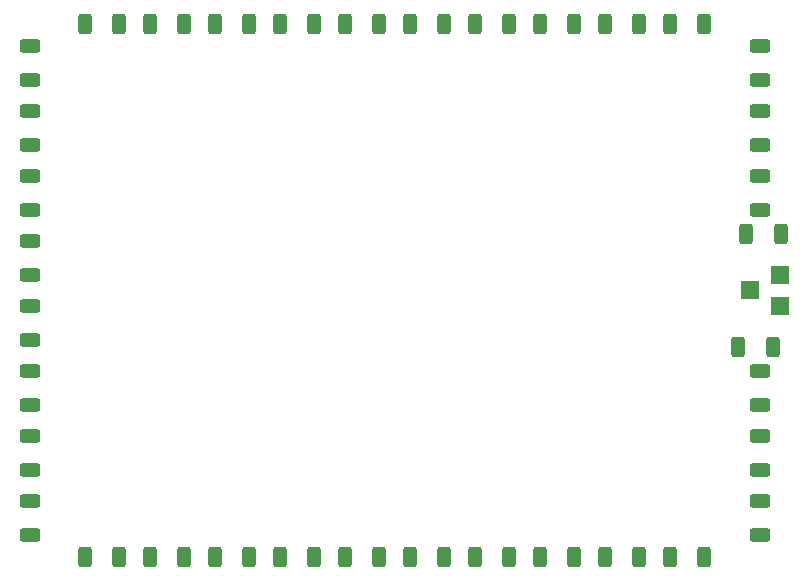
<source format=gbr>
%TF.GenerationSoftware,KiCad,Pcbnew,(7.0.0)*%
%TF.CreationDate,2023-07-18T21:43:11+02:00*%
%TF.ProjectId,Catcar_Ringlight,43617463-6172-45f5-9269-6e676c696768,1.0*%
%TF.SameCoordinates,Original*%
%TF.FileFunction,Soldermask,Bot*%
%TF.FilePolarity,Negative*%
%FSLAX46Y46*%
G04 Gerber Fmt 4.6, Leading zero omitted, Abs format (unit mm)*
G04 Created by KiCad (PCBNEW (7.0.0)) date 2023-07-18 21:43:11*
%MOMM*%
%LPD*%
G01*
G04 APERTURE LIST*
G04 Aperture macros list*
%AMRoundRect*
0 Rectangle with rounded corners*
0 $1 Rounding radius*
0 $2 $3 $4 $5 $6 $7 $8 $9 X,Y pos of 4 corners*
0 Add a 4 corners polygon primitive as box body*
4,1,4,$2,$3,$4,$5,$6,$7,$8,$9,$2,$3,0*
0 Add four circle primitives for the rounded corners*
1,1,$1+$1,$2,$3*
1,1,$1+$1,$4,$5*
1,1,$1+$1,$6,$7*
1,1,$1+$1,$8,$9*
0 Add four rect primitives between the rounded corners*
20,1,$1+$1,$2,$3,$4,$5,0*
20,1,$1+$1,$4,$5,$6,$7,0*
20,1,$1+$1,$6,$7,$8,$9,0*
20,1,$1+$1,$8,$9,$2,$3,0*%
G04 Aperture macros list end*
%ADD10R,1.500000X1.500000*%
%ADD11RoundRect,0.250000X0.625000X-0.312500X0.625000X0.312500X-0.625000X0.312500X-0.625000X-0.312500X0*%
%ADD12RoundRect,0.250000X0.312500X0.625000X-0.312500X0.625000X-0.312500X-0.625000X0.312500X-0.625000X0*%
%ADD13RoundRect,0.250000X-0.625000X0.312500X-0.625000X-0.312500X0.625000X-0.312500X0.625000X0.312500X0*%
%ADD14RoundRect,0.250000X-0.312500X-0.625000X0.312500X-0.625000X0.312500X0.625000X-0.312500X0.625000X0*%
G04 APERTURE END LIST*
D10*
%TO.C,J3*%
X132649999Y-101349999D03*
%TD*%
%TO.C,J2*%
X130099999Y-100049999D03*
%TD*%
%TO.C,J1*%
X132649999Y-98749999D03*
%TD*%
D11*
%TO.C,R36*%
X69100000Y-82262500D03*
X69100000Y-79337500D03*
%TD*%
%TO.C,R35*%
X69100000Y-93262500D03*
X69100000Y-90337500D03*
%TD*%
%TO.C,R34*%
X69100000Y-104262500D03*
X69100000Y-101337500D03*
%TD*%
%TO.C,R33*%
X69100000Y-115262500D03*
X69100000Y-112337500D03*
%TD*%
D12*
%TO.C,R32*%
X76712500Y-122600000D03*
X73787500Y-122600000D03*
%TD*%
%TO.C,R31*%
X87712500Y-122600000D03*
X84787500Y-122600000D03*
%TD*%
D11*
%TO.C,R30*%
X69100000Y-87762500D03*
X69100000Y-84837500D03*
%TD*%
%TO.C,R29*%
X69100000Y-98762500D03*
X69100000Y-95837500D03*
%TD*%
%TO.C,R28*%
X69100000Y-109762500D03*
X69100000Y-106837500D03*
%TD*%
%TO.C,R27*%
X69100000Y-120762500D03*
X69100000Y-117837500D03*
%TD*%
D12*
%TO.C,R26*%
X82212500Y-122600000D03*
X79287500Y-122600000D03*
%TD*%
%TO.C,R25*%
X93212500Y-122600000D03*
X90287500Y-122600000D03*
%TD*%
%TO.C,R24*%
X95787500Y-122600000D03*
X98712500Y-122600000D03*
%TD*%
%TO.C,R23*%
X106787500Y-122600000D03*
X109712500Y-122600000D03*
%TD*%
%TO.C,R22*%
X117787500Y-122600000D03*
X120712500Y-122600000D03*
%TD*%
D13*
%TO.C,R21*%
X130900000Y-120762500D03*
X130900000Y-117837500D03*
%TD*%
%TO.C,R20*%
X130900000Y-106837500D03*
X130900000Y-109762500D03*
%TD*%
D12*
%TO.C,R19*%
X132012500Y-104850000D03*
X129087500Y-104850000D03*
%TD*%
%TO.C,R18*%
X101287500Y-122600000D03*
X104212500Y-122600000D03*
%TD*%
%TO.C,R17*%
X112287500Y-122600000D03*
X115212500Y-122600000D03*
%TD*%
%TO.C,R16*%
X123287500Y-122600000D03*
X126212500Y-122600000D03*
%TD*%
D13*
%TO.C,R15*%
X130900000Y-112337500D03*
X130900000Y-115262500D03*
%TD*%
D12*
%TO.C,R14*%
X129787500Y-95250000D03*
X132712500Y-95250000D03*
%TD*%
D13*
%TO.C,R13*%
X130900000Y-90337500D03*
X130900000Y-93262500D03*
%TD*%
%TO.C,R12*%
X130900000Y-87762500D03*
X130900000Y-84837500D03*
%TD*%
D14*
%TO.C,R11*%
X123287500Y-77500000D03*
X126212500Y-77500000D03*
%TD*%
%TO.C,R10*%
X112287500Y-77500000D03*
X115212500Y-77500000D03*
%TD*%
D13*
%TO.C,R6*%
X130900000Y-82262500D03*
X130900000Y-79337500D03*
%TD*%
D14*
%TO.C,R5*%
X117787500Y-77500000D03*
X120712500Y-77500000D03*
%TD*%
%TO.C,R4*%
X106787500Y-77500000D03*
X109712500Y-77500000D03*
%TD*%
%TO.C,R9*%
X101287500Y-77500000D03*
X104212500Y-77500000D03*
%TD*%
%TO.C,R8*%
X90287500Y-77500000D03*
X93212500Y-77500000D03*
%TD*%
%TO.C,R7*%
X79287500Y-77500000D03*
X82212500Y-77500000D03*
%TD*%
%TO.C,R3*%
X95787500Y-77500000D03*
X98712500Y-77500000D03*
%TD*%
%TO.C,R2*%
X84787500Y-77500000D03*
X87712500Y-77500000D03*
%TD*%
%TO.C,R1*%
X76712500Y-77500000D03*
X73787500Y-77500000D03*
%TD*%
M02*

</source>
